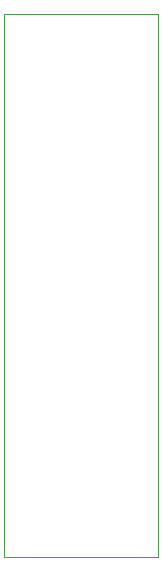
<source format=gm1>
G04 #@! TF.GenerationSoftware,KiCad,Pcbnew,(5.1.10)-1*
G04 #@! TF.CreationDate,2022-12-19T19:49:33-05:00*
G04 #@! TF.ProjectId,EdgeAdapter,45646765-4164-4617-9074-65722e6b6963,rev?*
G04 #@! TF.SameCoordinates,Original*
G04 #@! TF.FileFunction,Profile,NP*
%FSLAX46Y46*%
G04 Gerber Fmt 4.6, Leading zero omitted, Abs format (unit mm)*
G04 Created by KiCad (PCBNEW (5.1.10)-1) date 2022-12-19 19:49:33*
%MOMM*%
%LPD*%
G01*
G04 APERTURE LIST*
G04 #@! TA.AperFunction,Profile*
%ADD10C,0.050000*%
G04 #@! TD*
G04 APERTURE END LIST*
D10*
X39000000Y-72000000D02*
X26000000Y-72000000D01*
X39000000Y-26000000D02*
X39000000Y-72000000D01*
X26000000Y-26000000D02*
X39000000Y-26000000D01*
X26000000Y-72000000D02*
X26000000Y-26000000D01*
M02*

</source>
